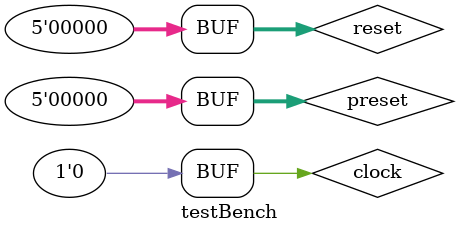
<source format=v>

`include "upDownCounter.v"

module testBench();
	
	reg [4:0] reset, preset;
	reg clock;
	wire [2:0] count;
	
	upDownCounterFSM upDown_mod(reset, preset, clock, count);
	
	always@(count) begin
		$display("[COUNT] = %d(%b)\n", count, count);
	end


	initial begin
		$display("\n     Steven Xiong     \n");
		clock = 0;reset = 5'b00000;
		#5 clock = 1;	// count == 0
		#5 clock = 0;
//		$display("upcoming ERROR\n");
		#5 clock = 1; reset = 5'b00001; preset = 5'b00000;
		#5 clock = 0; reset = 5'b00000;
		
		#5 clock = 1; preset = 5'b00010;
		#5 clock = 0; preset = 5'b00000;
		
		#5 clock = 1;
		#5 clock = 0;
		
		#5 clock = 1; reset = 5'b00100; 
		#5 clock = 0; reset = 5'b00000;

		#5 clock = 1;
		#5 clock = 0;
		
	end

endmodule

</source>
